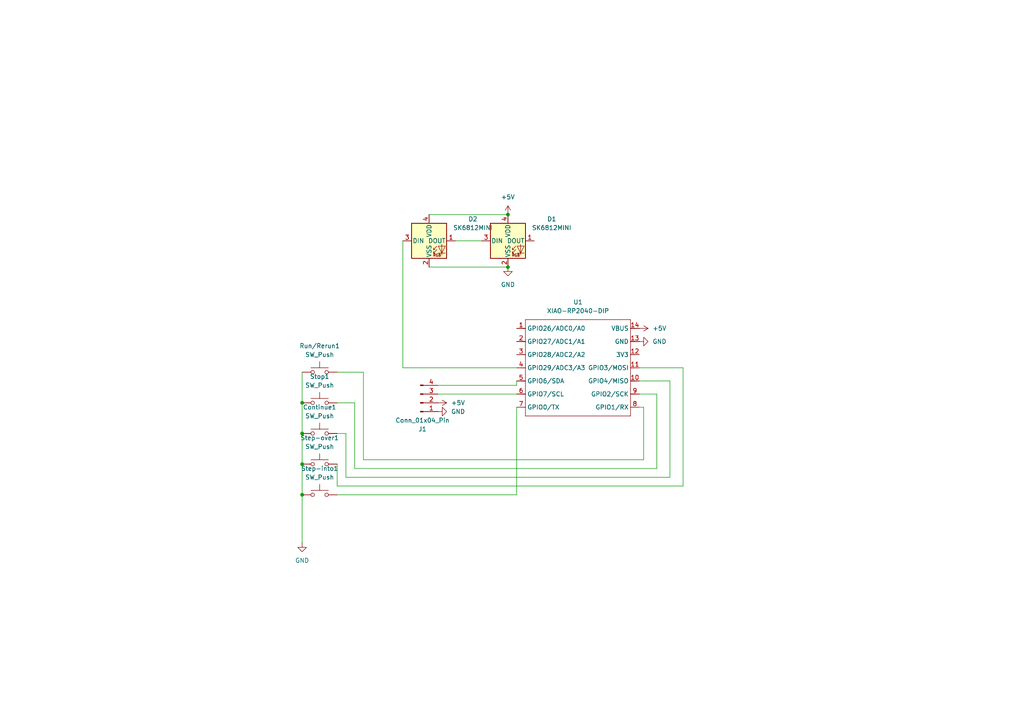
<source format=kicad_sch>
(kicad_sch (version 20231120) (generator "eeschema") (generator_version "8.0")
  (paper "A4")
  (lib_symbols
    (symbol "Connector:Conn_01x04_Pin" (pin_names (offset 1.016) hide)
      (property "Reference" "J" (at 0 5.08 0))
      (property "Value" "Conn_01x04_Pin" (at 0 -7.62 0))
      (symbol "Conn_01x04_Pin_1_1"
        (polyline (pts (xy 1.27 -5.08) (xy 0.8636 -5.08)) (stroke (width 0.1524)))
        (polyline (pts (xy 1.27 -2.54) (xy 0.8636 -2.54)) (stroke (width 0.1524)))
        (polyline (pts (xy 1.27 0) (xy 0.8636 0)) (stroke (width 0.1524)))
        (polyline (pts (xy 1.27 2.54) (xy 0.8636 2.54)) (stroke (width 0.1524)))
        (rectangle (start 0.8636 -4.953) (end 0 -5.207) (stroke (width 0.1524)) (fill (type outline)))
        (rectangle (start 0.8636 -2.413) (end 0 -2.667) (stroke (width 0.1524)) (fill (type outline)))
        (rectangle (start 0.8636 0.127) (end 0 -0.127) (stroke (width 0.1524)) (fill (type outline)))
        (rectangle (start 0.8636 2.667) (end 0 2.413) (stroke (width 0.1524)) (fill (type outline)))
        (pin passive line (at 5.08 2.54 180) (length 3.81) (name "Pin_1") (number "1"))
        (pin passive line (at 5.08 0 180) (length 3.81) (name "Pin_2") (number "2"))
        (pin passive line (at 5.08 -2.54 180) (length 3.81) (name "Pin_3") (number "3"))
        (pin passive line (at 5.08 -5.08 180) (length 3.81) (name "Pin_4") (number "4"))
      )
    )
    (symbol "LED:SK6812MINI" (pin_names (offset 0.254))
      (property "Reference" "D" (at 5.08 5.715 0))
      (property "Value" "SK6812MINI" (at 1.27 -5.715 0))
      (symbol "SK6812MINI_0_0"
        (text "RGB" (at 2.286 -4.191 0) (effects (font (size 0.762 0.762))))
      )
      (symbol "SK6812MINI_0_1"
        (polyline (pts (xy 1.27 -3.556) (xy 1.778 -3.556)))
        (polyline (pts (xy 1.27 -2.54) (xy 1.778 -2.54)))
        (polyline (pts (xy 4.699 -3.556) (xy 2.667 -3.556)))
        (polyline (pts (xy 2.286 -2.54) (xy 1.27 -3.556) (xy 1.27 -3.048)))
        (polyline (pts (xy 2.286 -1.524) (xy 1.27 -2.54) (xy 1.27 -2.032)))
        (polyline (pts (xy 3.683 -1.016) (xy 3.683 -3.556) (xy 3.683 -4.064)))
        (polyline (pts (xy 4.699 -1.524) (xy 2.667 -1.524) (xy 3.683 -3.556) (xy 4.699 -1.524)))
        (rectangle (start 5.08 5.08) (end -5.08 -5.08) (stroke (width 0.254)) (fill (type background)))
      )
      (symbol "SK6812MINI_1_1"
        (pin output line (at 7.62 0 180) (length 2.54) (name "DOUT") (number "1"))
        (pin power_in line (at 0 -7.62 90) (length 2.54) (name "VSS") (number "2"))
        (pin input line (at -7.62 0 0) (length 2.54) (name "DIN") (number "3"))
        (pin power_in line (at 0 7.62 270) (length 2.54) (name "VDD") (number "4"))
      )
    )
    (symbol "OPL:XIAO-RP2040-DIP"
      (property "Reference" "U" (at 0 0 0))
      (property "Value" "XIAO-RP2040-DIP" (at 5.334 -1.778 0))
      (symbol "XIAO-RP2040-DIP_1_0"
        (polyline (pts (xy -1.27 -30.48) (xy -1.27 -16.51)) (stroke (width 0.1524)))
        (polyline (pts (xy -1.27 -27.94) (xy -2.54 -27.94)) (stroke (width 0.1524)))
        (polyline (pts (xy -1.27 -24.13) (xy -2.54 -24.13)) (stroke (width 0.1524)))
        (polyline (pts (xy -1.27 -20.32) (xy -2.54 -20.32)) (stroke (width 0.1524)))
        (polyline (pts (xy -1.27 -16.51) (xy -2.54 -16.51)) (stroke (width 0.1524)))
        (polyline (pts (xy -1.27 -16.51) (xy -1.27 -12.7)) (stroke (width 0.1524)))
        (polyline (pts (xy -1.27 -12.7) (xy -2.54 -12.7)) (stroke (width 0.1524)))
        (polyline (pts (xy -1.27 -12.7) (xy -1.27 -8.89)) (stroke (width 0.1524)))
        (polyline (pts (xy -1.27 -8.89) (xy -2.54 -8.89)) (stroke (width 0.1524)))
        (polyline (pts (xy -1.27 -8.89) (xy -1.27 -5.08)) (stroke (width 0.1524)))
        (polyline (pts (xy -1.27 -5.08) (xy -2.54 -5.08)) (stroke (width 0.1524)))
        (polyline (pts (xy -1.27 -5.08) (xy -1.27 -2.54)) (stroke (width 0.1524)))
        (polyline (pts (xy -1.27 -2.54) (xy 29.21 -2.54)) (stroke (width 0.1524)))
        (polyline (pts (xy 29.21 -30.48) (xy -1.27 -30.48)) (stroke (width 0.1524)))
        (polyline (pts (xy 29.21 -12.7) (xy 29.21 -30.48)) (stroke (width 0.1524)))
        (polyline (pts (xy 29.21 -8.89) (xy 29.21 -12.7)) (stroke (width 0.1524)))
        (polyline (pts (xy 29.21 -5.08) (xy 29.21 -8.89)) (stroke (width 0.1524)))
        (polyline (pts (xy 29.21 -2.54) (xy 29.21 -5.08)) (stroke (width 0.1524)))
        (polyline (pts (xy 30.48 -27.94) (xy 29.21 -27.94)) (stroke (width 0.1524)))
        (polyline (pts (xy 30.48 -24.13) (xy 29.21 -24.13)) (stroke (width 0.1524)))
        (polyline (pts (xy 30.48 -20.32) (xy 29.21 -20.32)) (stroke (width 0.1524)))
        (polyline (pts (xy 30.48 -16.51) (xy 29.21 -16.51)) (stroke (width 0.1524)))
        (polyline (pts (xy 30.48 -12.7) (xy 29.21 -12.7)) (stroke (width 0.1524)))
        (polyline (pts (xy 30.48 -8.89) (xy 29.21 -8.89)) (stroke (width 0.1524)))
        (polyline (pts (xy 30.48 -5.08) (xy 29.21 -5.08)) (stroke (width 0.1524)))
        (pin passive line (at -3.81 -5.08 0) (length 2.54) (name "GPIO26/ADC0/A0") (number "1"))
        (pin passive line (at 31.75 -20.32 180) (length 2.54) (name "GPIO4/MISO") (number "10"))
        (pin passive line (at 31.75 -16.51 180) (length 2.54) (name "GPIO3/MOSI") (number "11"))
        (pin passive line (at 31.75 -12.7 180) (length 2.54) (name "3V3") (number "12"))
        (pin passive line (at 31.75 -8.89 180) (length 2.54) (name "GND") (number "13"))
        (pin passive line (at 31.75 -5.08 180) (length 2.54) (name "VBUS") (number "14"))
        (pin passive line (at -3.81 -8.89 0) (length 2.54) (name "GPIO27/ADC1/A1") (number "2"))
        (pin passive line (at -3.81 -12.7 0) (length 2.54) (name "GPIO28/ADC2/A2") (number "3"))
        (pin passive line (at -3.81 -16.51 0) (length 2.54) (name "GPIO29/ADC3/A3") (number "4"))
        (pin passive line (at -3.81 -20.32 0) (length 2.54) (name "GPIO6/SDA") (number "5"))
        (pin passive line (at -3.81 -24.13 0) (length 2.54) (name "GPIO7/SCL") (number "6"))
        (pin passive line (at -3.81 -27.94 0) (length 2.54) (name "GPIO0/TX") (number "7"))
        (pin passive line (at 31.75 -27.94 180) (length 2.54) (name "GPIO1/RX") (number "8"))
        (pin passive line (at 31.75 -24.13 180) (length 2.54) (name "GPIO2/SCK") (number "9"))
      )
    )
    (symbol "Switch:SW_Push" (pin_numbers hide) (pin_names (offset 1.016) hide)
      (property "Reference" "SW" (at 1.27 2.54 0))
      (property "Value" "SW_Push" (at 0 -1.524 0))
      (symbol "SW_Push_0_1"
        (circle (center -2.032 0) (radius 0.508))
        (polyline (pts (xy 0 1.27) (xy 0 3.048)))
        (polyline (pts (xy 2.54 1.27) (xy -2.54 1.27)))
        (circle (center 2.032 0) (radius 0.508))
        (pin passive line (at -5.08 0 0) (length 2.54) (name "1") (number "1"))
        (pin passive line (at 5.08 0 180) (length 2.54) (name "2") (number "2"))
      )
    )
    (symbol "power:+5V" (power) (pin_numbers hide) (pin_names (offset 0) hide)
      (property "Value" "+5V" (at 0 3.556 0))
      (symbol "+5V_0_1"
        (polyline (pts (xy -0.762 1.27) (xy 0 2.54)))
        (polyline (pts (xy 0 0) (xy 0 2.54)))
        (polyline (pts (xy 0 2.54) (xy 0.762 1.27)))
      )
      (symbol "+5V_1_1"
        (pin power_in line (at 0 0 90) (length 0) (name "~") (number "1"))
      )
    )
    (symbol "power:GND" (power) (pin_numbers hide) (pin_names (offset 0) hide)
      (property "Value" "GND" (at 0 -3.81 0))
      (symbol "GND_0_1"
        (polyline (pts (xy 0 0) (xy 0 -1.27) (xy 1.27 -1.27) (xy 0 -2.54) (xy -1.27 -1.27) (xy 0 -1.27)))
      )
      (symbol "GND_1_1"
        (pin power_in line (at 0 0 270) (length 0) (name "~") (number "1"))
      )
    )
  )
  (junction (at 87.63 125.73))
  (junction (at 147.32 77.47))
  (junction (at 87.63 134.62))
  (junction (at 87.63 116.84))
  (junction (at 87.63 143.51))
  (junction (at 147.32 62.23))
  (wire (pts (xy 97.79 140.97) (xy 97.79 134.62)))
  (wire (pts (xy 105.41 133.35) (xy 105.41 107.95)))
  (wire (pts (xy 185.42 118.11) (xy 186.69 118.11)))
  (wire (pts (xy 149.86 118.11) (xy 149.86 143.51)))
  (wire (pts (xy 102.87 135.89) (xy 102.87 116.84)))
  (wire (pts (xy 124.46 62.23) (xy 147.32 62.23)))
  (wire (pts (xy 190.5 114.3) (xy 190.5 135.89)))
  (wire (pts (xy 105.41 107.95) (xy 97.79 107.95)))
  (wire (pts (xy 127 111.76) (xy 149.86 111.76)))
  (wire (pts (xy 102.87 135.89) (xy 190.5 135.89)))
  (wire (pts (xy 186.69 133.35) (xy 105.41 133.35)))
  (wire (pts (xy 87.63 116.84) (xy 87.63 125.73)))
  (wire (pts (xy 127 114.3) (xy 149.86 114.3)))
  (wire (pts (xy 186.69 118.11) (xy 186.69 133.35)))
  (wire (pts (xy 194.31 138.43) (xy 194.31 110.49)))
  (wire (pts (xy 185.42 106.68) (xy 198.12 106.68)))
  (wire (pts (xy 97.79 116.84) (xy 102.87 116.84)))
  (wire (pts (xy 87.63 143.51) (xy 87.63 157.48)))
  (wire (pts (xy 87.63 125.73) (xy 87.63 134.62)))
  (wire (pts (xy 198.12 106.68) (xy 198.12 140.97)))
  (wire (pts (xy 100.33 138.43) (xy 194.31 138.43)))
  (wire (pts (xy 124.46 77.47) (xy 147.32 77.47)))
  (wire (pts (xy 149.86 106.68) (xy 116.84 106.68)))
  (wire (pts (xy 149.86 111.76) (xy 149.86 110.49)))
  (wire (pts (xy 194.31 110.49) (xy 185.42 110.49)))
  (wire (pts (xy 198.12 140.97) (xy 97.79 140.97)))
  (wire (pts (xy 87.63 134.62) (xy 87.63 143.51)))
  (wire (pts (xy 149.86 143.51) (xy 97.79 143.51)))
  (wire (pts (xy 132.08 69.85) (xy 139.7 69.85)))
  (wire (pts (xy 87.63 107.95) (xy 87.63 116.84)))
  (wire (pts (xy 116.84 106.68) (xy 116.84 69.85)))
  (wire (pts (xy 97.79 125.73) (xy 100.33 125.73)))
  (wire (pts (xy 185.42 114.3) (xy 190.5 114.3)))
  (wire (pts (xy 100.33 138.43) (xy 100.33 125.73)))
  (symbol (lib_id "OPL:XIAO-RP2040-DIP") (at 153.67 90.17 0) (unit 1)
    (property "Reference" "U1" (at 167.64 87.63 0))
    (property "Value" "XIAO-RP2040-DIP" (at 167.64 90.17 0))
    (property "Footprint" "OPL:XIAO-RP2040-DIP" (effects (hide yes)))
  )
  (symbol (lib_id "Switch:SW_Push") (at 92.71 116.84 0) (unit 1)
    (property "Reference" "Stop1" (at 92.71 109.22 0))
    (property "Value" "SW_Push" (at 92.71 111.76 0))
    (property "Footprint" "Button_Switch_Keyboard:SW_Cherry_MX_1.00u_PCB" (effects (hide yes)))
    (property "Description" "Push button switch, generic, two pins" (effects (hide yes)))
  )
  (symbol (lib_id "power:+5V") (at 147.32 62.23 0) (unit 1)
    (property "Reference" "#PWR03" (effects (hide yes)))
    (property "Value" "+5V" (at 147.32 57.15 0))
    (property "Description" "Power symbol creates a global label with name \"+5V\"" (effects (hide yes)))
  )
  (symbol (lib_id "LED:SK6812MINI") (at 147.32 69.85 0) (unit 1)
    (property "Reference" "D1" (at 160.02 63.5314 0))
    (property "Value" "SK6812MINI" (at 160.02 66.0714 0))
    (property "Footprint" "LED_SMD:LED_SK6812MINI_PLCC4_3.5x3.5mm_P1.75mm" (effects (hide yes)))
    (property "Datasheet" "https://cdn-shop.adafruit.com/product-files/2686/SK6812MINI_REV.01-1-2.pdf" (effects (hide yes)))
    (property "Description" "RGB LED with integrated controller" (effects (hide yes)))
  )
  (symbol (lib_id "power:GND") (at 185.42 99.06 90) (unit 1)
    (property "Reference" "#PWR06" (effects (hide yes)))
    (property "Value" "GND" (at 189.23 99.0599 90) (effects (justify right)))
    (property "Description" "Power symbol creates a global label with name \"GND\" , ground" (effects (hide yes)))
  )
  (symbol (lib_id "Switch:SW_Push") (at 92.71 143.51 0) (unit 1)
    (property "Reference" "Step-into1" (at 92.71 135.89 0))
    (property "Value" "SW_Push" (at 92.71 138.43 0))
    (property "Footprint" "Button_Switch_Keyboard:SW_Cherry_MX_1.00u_PCB" (effects (hide yes)))
    (property "Description" "Push button switch, generic, two pins" (effects (hide yes)))
  )
  (symbol (lib_id "power:GND") (at 147.32 77.47 0) (unit 1)
    (property "Reference" "#PWR02" (effects (hide yes)))
    (property "Value" "GND" (at 147.32 82.55 0))
    (property "Description" "Power symbol creates a global label with name \"GND\" , ground" (effects (hide yes)))
  )
  (symbol (lib_id "power:GND") (at 127 119.38 90) (mirror x) (unit 1)
    (property "Reference" "#PWR04" (effects (hide yes)))
    (property "Value" "GND" (at 130.81 119.3799 90) (effects (justify right)))
    (property "Description" "Power symbol creates a global label with name \"GND\" , ground" (effects (hide yes)))
  )
  (symbol (lib_id "Connector:Conn_01x04_Pin") (at 121.92 116.84 0) (mirror x) (unit 1)
    (property "Reference" "J1" (at 122.555 124.46 0))
    (property "Value" "Conn_01x04_Pin" (at 122.555 121.92 0))
    (property "Footprint" "OLED display:SSD1306-0.91-OLED-4pin-128x32" (effects (hide yes)))
    (property "Description" "Generic connector, single row, 01x04, script generated" (effects (hide yes)))
  )
  (symbol (lib_id "Switch:SW_Push") (at 92.71 134.62 0) (unit 1)
    (property "Reference" "Step-over1" (at 92.71 127 0))
    (property "Value" "SW_Push" (at 92.71 129.54 0))
    (property "Footprint" "Button_Switch_Keyboard:SW_Cherry_MX_1.00u_PCB" (effects (hide yes)))
    (property "Description" "Push button switch, generic, two pins" (effects (hide yes)))
  )
  (symbol (lib_id "power:+5V") (at 185.42 95.25 270) (unit 1)
    (property "Reference" "#PWR07" (effects (hide yes)))
    (property "Value" "+5V" (at 189.23 95.2499 90) (effects (justify left)))
    (property "Description" "Power symbol creates a global label with name \"+5V\"" (effects (hide yes)))
  )
  (symbol (lib_id "LED:SK6812MINI") (at 124.46 69.85 0) (unit 1)
    (property "Reference" "D2" (at 137.16 63.5314 0))
    (property "Value" "SK6812MINI" (at 137.16 66.0714 0))
    (property "Footprint" "LED_SMD:LED_SK6812MINI_PLCC4_3.5x3.5mm_P1.75mm" (effects (hide yes)))
    (property "Datasheet" "https://cdn-shop.adafruit.com/product-files/2686/SK6812MINI_REV.01-1-2.pdf" (effects (hide yes)))
    (property "Description" "RGB LED with integrated controller" (effects (hide yes)))
  )
  (symbol (lib_id "Switch:SW_Push") (at 92.71 125.73 0) (unit 1)
    (property "Reference" "Continue1" (at 92.71 118.11 0))
    (property "Value" "SW_Push" (at 92.71 120.65 0))
    (property "Footprint" "Button_Switch_Keyboard:SW_Cherry_MX_1.00u_PCB" (effects (hide yes)))
    (property "Description" "Push button switch, generic, two pins" (effects (hide yes)))
  )
  (symbol (lib_id "power:GND") (at 87.63 157.48 0) (unit 1)
    (property "Reference" "#PWR01" (effects (hide yes)))
    (property "Value" "GND" (at 87.63 162.56 0))
    (property "Description" "Power symbol creates a global label with name \"GND\" , ground" (effects (hide yes)))
  )
  (symbol (lib_id "Switch:SW_Push") (at 92.71 107.95 0) (unit 1)
    (property "Reference" "Run/Rerun1" (at 92.71 100.33 0))
    (property "Value" "SW_Push" (at 92.71 102.87 0))
    (property "Footprint" "Button_Switch_Keyboard:SW_Cherry_MX_1.00u_PCB" (effects (hide yes)))
    (property "Description" "Push button switch, generic, two pins" (effects (hide yes)))
  )
  (symbol (lib_id "power:+5V") (at 127 116.84 270) (mirror x) (unit 1)
    (property "Reference" "#PWR05" (effects (hide yes)))
    (property "Value" "+5V" (at 130.81 116.8399 90) (effects (justify left)))
    (property "Description" "Power symbol creates a global label with name \"+5V\"" (effects (hide yes)))
  )
)
</source>
